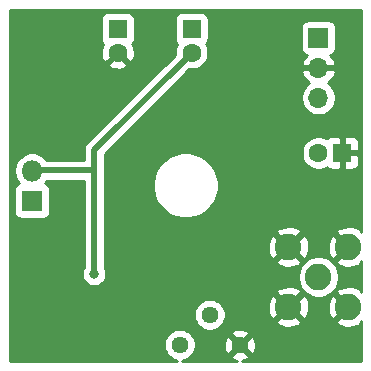
<source format=gbr>
%TF.GenerationSoftware,KiCad,Pcbnew,5.1.10-88a1d61d58~90~ubuntu20.04.1*%
%TF.CreationDate,2021-10-29T09:56:54+11:00*%
%TF.ProjectId,simple-photodetector,73696d70-6c65-42d7-9068-6f746f646574,rev?*%
%TF.SameCoordinates,Original*%
%TF.FileFunction,Copper,L2,Bot*%
%TF.FilePolarity,Positive*%
%FSLAX46Y46*%
G04 Gerber Fmt 4.6, Leading zero omitted, Abs format (unit mm)*
G04 Created by KiCad (PCBNEW 5.1.10-88a1d61d58~90~ubuntu20.04.1) date 2021-10-29 09:56:54*
%MOMM*%
%LPD*%
G01*
G04 APERTURE LIST*
%TA.AperFunction,ComponentPad*%
%ADD10C,1.440000*%
%TD*%
%TA.AperFunction,ComponentPad*%
%ADD11R,1.600000X1.600000*%
%TD*%
%TA.AperFunction,ComponentPad*%
%ADD12C,1.600000*%
%TD*%
%TA.AperFunction,ComponentPad*%
%ADD13R,1.700000X1.700000*%
%TD*%
%TA.AperFunction,ComponentPad*%
%ADD14O,1.700000X1.700000*%
%TD*%
%TA.AperFunction,ComponentPad*%
%ADD15C,2.250000*%
%TD*%
%TA.AperFunction,ComponentPad*%
%ADD16R,1.800000X1.800000*%
%TD*%
%TA.AperFunction,ComponentPad*%
%ADD17O,1.800000X1.800000*%
%TD*%
%TA.AperFunction,ViaPad*%
%ADD18C,0.800000*%
%TD*%
%TA.AperFunction,Conductor*%
%ADD19C,0.500000*%
%TD*%
%TA.AperFunction,Conductor*%
%ADD20C,0.254000*%
%TD*%
%TA.AperFunction,Conductor*%
%ADD21C,0.100000*%
%TD*%
G04 APERTURE END LIST*
D10*
%TO.P,RV1,3*%
%TO.N,GND*%
X141080000Y-82500000D03*
%TO.P,RV1,2*%
%TO.N,Net-(J2-Pad1)*%
X138540000Y-79960000D03*
%TO.P,RV1,1*%
%TO.N,Net-(RV1-Pad1)*%
X136000000Y-82500000D03*
%TD*%
D11*
%TO.P,C1,1*%
%TO.N,/VDD*%
X130750000Y-55750000D03*
D12*
%TO.P,C1,2*%
%TO.N,GND*%
X130750000Y-57750000D03*
%TD*%
%TO.P,C2,2*%
%TO.N,/VSS*%
X147750000Y-66250000D03*
D11*
%TO.P,C2,1*%
%TO.N,GND*%
X149750000Y-66250000D03*
%TD*%
%TO.P,C3,1*%
%TO.N,/VDD*%
X137000000Y-55750000D03*
D12*
%TO.P,C3,2*%
%TO.N,/VSS*%
X137000000Y-57750000D03*
%TD*%
D13*
%TO.P,J1,1*%
%TO.N,Net-(D1-Pad2)*%
X147750000Y-56500000D03*
D14*
%TO.P,J1,2*%
%TO.N,GND*%
X147750000Y-59040000D03*
%TO.P,J1,3*%
%TO.N,Net-(D2-Pad1)*%
X147750000Y-61580000D03*
%TD*%
D15*
%TO.P,J2,2*%
%TO.N,GND*%
X145210000Y-74210000D03*
X150290000Y-74210000D03*
X150290000Y-79290000D03*
X145210000Y-79290000D03*
%TO.P,J2,1*%
%TO.N,Net-(J2-Pad1)*%
X147750000Y-76750000D03*
%TD*%
D16*
%TO.P,D3,1*%
%TO.N,Net-(C5-Pad2)*%
X123500000Y-70290000D03*
D17*
%TO.P,D3,2*%
%TO.N,/VSS*%
X123500000Y-67750000D03*
%TD*%
D18*
%TO.N,GND*%
X123500000Y-57500000D03*
X122750000Y-81750000D03*
X123750000Y-74500000D03*
X141000000Y-73750000D03*
%TO.N,/VSS*%
X128750000Y-76500000D03*
%TD*%
D19*
%TO.N,/VSS*%
X128750000Y-66000000D02*
X137000000Y-57750000D01*
X128540000Y-67710000D02*
X128750000Y-67500000D01*
X123500000Y-67710000D02*
X128540000Y-67710000D01*
X128750000Y-67500000D02*
X128750000Y-66000000D01*
X128750000Y-76500000D02*
X128750000Y-67500000D01*
%TD*%
D20*
%TO.N,GND*%
X151340000Y-67032418D02*
X151340001Y-67032428D01*
X151340001Y-72980391D01*
X151334925Y-72985467D01*
X151224079Y-72708286D01*
X150913160Y-72554911D01*
X150578295Y-72465140D01*
X150232350Y-72442424D01*
X149888620Y-72487634D01*
X149560315Y-72599034D01*
X149355921Y-72708286D01*
X149245074Y-72985469D01*
X150290000Y-74030395D01*
X150304143Y-74016253D01*
X150483748Y-74195858D01*
X150469605Y-74210000D01*
X150483748Y-74224143D01*
X150304143Y-74403748D01*
X150290000Y-74389605D01*
X149245074Y-75434531D01*
X149355921Y-75711714D01*
X149666840Y-75865089D01*
X150001705Y-75954860D01*
X150347650Y-75977576D01*
X150691380Y-75932366D01*
X151019685Y-75820966D01*
X151224079Y-75711714D01*
X151334925Y-75434533D01*
X151340001Y-75439609D01*
X151340000Y-78060392D01*
X151334925Y-78065467D01*
X151224079Y-77788286D01*
X150913160Y-77634911D01*
X150578295Y-77545140D01*
X150232350Y-77522424D01*
X149888620Y-77567634D01*
X149560315Y-77679034D01*
X149355921Y-77788286D01*
X149245074Y-78065469D01*
X150290000Y-79110395D01*
X150304143Y-79096253D01*
X150483748Y-79275858D01*
X150469605Y-79290000D01*
X150483748Y-79304143D01*
X150304143Y-79483748D01*
X150290000Y-79469605D01*
X149245074Y-80514531D01*
X149355921Y-80791714D01*
X149666840Y-80945089D01*
X150001705Y-81034860D01*
X150347650Y-81057576D01*
X150691380Y-81012366D01*
X151019685Y-80900966D01*
X151224079Y-80791714D01*
X151334925Y-80514533D01*
X151340000Y-80519608D01*
X151340000Y-83840000D01*
X141281109Y-83840000D01*
X141417501Y-83819063D01*
X141668353Y-83727875D01*
X141774068Y-83671368D01*
X141835955Y-83435560D01*
X141080000Y-82679605D01*
X140324045Y-83435560D01*
X140385932Y-83671368D01*
X140627790Y-83784266D01*
X140855161Y-83840000D01*
X136208866Y-83840000D01*
X136395239Y-83802928D01*
X136641833Y-83700785D01*
X136863762Y-83552497D01*
X137052497Y-83363762D01*
X137200785Y-83141833D01*
X137302928Y-82895239D01*
X137355000Y-82633456D01*
X137355000Y-82573680D01*
X139720439Y-82573680D01*
X139760937Y-82837501D01*
X139852125Y-83088353D01*
X139908632Y-83194068D01*
X140144440Y-83255955D01*
X140900395Y-82500000D01*
X141259605Y-82500000D01*
X142015560Y-83255955D01*
X142251368Y-83194068D01*
X142364266Y-82952210D01*
X142427811Y-82692973D01*
X142439561Y-82426320D01*
X142399063Y-82162499D01*
X142307875Y-81911647D01*
X142251368Y-81805932D01*
X142015560Y-81744045D01*
X141259605Y-82500000D01*
X140900395Y-82500000D01*
X140144440Y-81744045D01*
X139908632Y-81805932D01*
X139795734Y-82047790D01*
X139732189Y-82307027D01*
X139720439Y-82573680D01*
X137355000Y-82573680D01*
X137355000Y-82366544D01*
X137302928Y-82104761D01*
X137200785Y-81858167D01*
X137052497Y-81636238D01*
X136980699Y-81564440D01*
X140324045Y-81564440D01*
X141080000Y-82320395D01*
X141835955Y-81564440D01*
X141774068Y-81328632D01*
X141532210Y-81215734D01*
X141272973Y-81152189D01*
X141006320Y-81140439D01*
X140742499Y-81180937D01*
X140491647Y-81272125D01*
X140385932Y-81328632D01*
X140324045Y-81564440D01*
X136980699Y-81564440D01*
X136863762Y-81447503D01*
X136641833Y-81299215D01*
X136395239Y-81197072D01*
X136133456Y-81145000D01*
X135866544Y-81145000D01*
X135604761Y-81197072D01*
X135358167Y-81299215D01*
X135136238Y-81447503D01*
X134947503Y-81636238D01*
X134799215Y-81858167D01*
X134697072Y-82104761D01*
X134645000Y-82366544D01*
X134645000Y-82633456D01*
X134697072Y-82895239D01*
X134799215Y-83141833D01*
X134947503Y-83363762D01*
X135136238Y-83552497D01*
X135358167Y-83700785D01*
X135604761Y-83802928D01*
X135791134Y-83840000D01*
X121660000Y-83840000D01*
X121660000Y-79826544D01*
X137185000Y-79826544D01*
X137185000Y-80093456D01*
X137237072Y-80355239D01*
X137339215Y-80601833D01*
X137487503Y-80823762D01*
X137676238Y-81012497D01*
X137898167Y-81160785D01*
X138144761Y-81262928D01*
X138406544Y-81315000D01*
X138673456Y-81315000D01*
X138935239Y-81262928D01*
X139181833Y-81160785D01*
X139403762Y-81012497D01*
X139592497Y-80823762D01*
X139740785Y-80601833D01*
X139776946Y-80514531D01*
X144165074Y-80514531D01*
X144275921Y-80791714D01*
X144586840Y-80945089D01*
X144921705Y-81034860D01*
X145267650Y-81057576D01*
X145611380Y-81012366D01*
X145939685Y-80900966D01*
X146144079Y-80791714D01*
X146254926Y-80514531D01*
X145210000Y-79469605D01*
X144165074Y-80514531D01*
X139776946Y-80514531D01*
X139842928Y-80355239D01*
X139895000Y-80093456D01*
X139895000Y-79826544D01*
X139842928Y-79564761D01*
X139752998Y-79347650D01*
X143442424Y-79347650D01*
X143487634Y-79691380D01*
X143599034Y-80019685D01*
X143708286Y-80224079D01*
X143985469Y-80334926D01*
X145030395Y-79290000D01*
X145389605Y-79290000D01*
X146434531Y-80334926D01*
X146711714Y-80224079D01*
X146865089Y-79913160D01*
X146954860Y-79578295D01*
X146970004Y-79347650D01*
X148522424Y-79347650D01*
X148567634Y-79691380D01*
X148679034Y-80019685D01*
X148788286Y-80224079D01*
X149065469Y-80334926D01*
X150110395Y-79290000D01*
X149065469Y-78245074D01*
X148788286Y-78355921D01*
X148634911Y-78666840D01*
X148545140Y-79001705D01*
X148522424Y-79347650D01*
X146970004Y-79347650D01*
X146977576Y-79232350D01*
X146932366Y-78888620D01*
X146820966Y-78560315D01*
X146711714Y-78355921D01*
X146434531Y-78245074D01*
X145389605Y-79290000D01*
X145030395Y-79290000D01*
X143985469Y-78245074D01*
X143708286Y-78355921D01*
X143554911Y-78666840D01*
X143465140Y-79001705D01*
X143442424Y-79347650D01*
X139752998Y-79347650D01*
X139740785Y-79318167D01*
X139592497Y-79096238D01*
X139403762Y-78907503D01*
X139181833Y-78759215D01*
X138935239Y-78657072D01*
X138673456Y-78605000D01*
X138406544Y-78605000D01*
X138144761Y-78657072D01*
X137898167Y-78759215D01*
X137676238Y-78907503D01*
X137487503Y-79096238D01*
X137339215Y-79318167D01*
X137237072Y-79564761D01*
X137185000Y-79826544D01*
X121660000Y-79826544D01*
X121660000Y-78065469D01*
X144165074Y-78065469D01*
X145210000Y-79110395D01*
X146254926Y-78065469D01*
X146144079Y-77788286D01*
X145833160Y-77634911D01*
X145498295Y-77545140D01*
X145152350Y-77522424D01*
X144808620Y-77567634D01*
X144480315Y-77679034D01*
X144275921Y-77788286D01*
X144165074Y-78065469D01*
X121660000Y-78065469D01*
X121660000Y-69390000D01*
X121961928Y-69390000D01*
X121961928Y-71190000D01*
X121974188Y-71314482D01*
X122010498Y-71434180D01*
X122069463Y-71544494D01*
X122148815Y-71641185D01*
X122245506Y-71720537D01*
X122355820Y-71779502D01*
X122475518Y-71815812D01*
X122600000Y-71828072D01*
X124400000Y-71828072D01*
X124524482Y-71815812D01*
X124644180Y-71779502D01*
X124754494Y-71720537D01*
X124851185Y-71641185D01*
X124930537Y-71544494D01*
X124989502Y-71434180D01*
X125025812Y-71314482D01*
X125038072Y-71190000D01*
X125038072Y-69390000D01*
X125025812Y-69265518D01*
X124989502Y-69145820D01*
X124930537Y-69035506D01*
X124851185Y-68938815D01*
X124754494Y-68859463D01*
X124644180Y-68800498D01*
X124625873Y-68794944D01*
X124692312Y-68728505D01*
X124781517Y-68595000D01*
X127865001Y-68595000D01*
X127865000Y-75961546D01*
X127832795Y-76009744D01*
X127754774Y-76198102D01*
X127715000Y-76398061D01*
X127715000Y-76601939D01*
X127754774Y-76801898D01*
X127832795Y-76990256D01*
X127946063Y-77159774D01*
X128090226Y-77303937D01*
X128259744Y-77417205D01*
X128448102Y-77495226D01*
X128648061Y-77535000D01*
X128851939Y-77535000D01*
X129051898Y-77495226D01*
X129240256Y-77417205D01*
X129409774Y-77303937D01*
X129553937Y-77159774D01*
X129667205Y-76990256D01*
X129745226Y-76801898D01*
X129785000Y-76601939D01*
X129785000Y-76576655D01*
X145990000Y-76576655D01*
X145990000Y-76923345D01*
X146057636Y-77263373D01*
X146190308Y-77583673D01*
X146382919Y-77871935D01*
X146628065Y-78117081D01*
X146916327Y-78309692D01*
X147236627Y-78442364D01*
X147576655Y-78510000D01*
X147923345Y-78510000D01*
X148263373Y-78442364D01*
X148583673Y-78309692D01*
X148871935Y-78117081D01*
X149117081Y-77871935D01*
X149309692Y-77583673D01*
X149442364Y-77263373D01*
X149510000Y-76923345D01*
X149510000Y-76576655D01*
X149442364Y-76236627D01*
X149309692Y-75916327D01*
X149117081Y-75628065D01*
X148871935Y-75382919D01*
X148583673Y-75190308D01*
X148263373Y-75057636D01*
X147923345Y-74990000D01*
X147576655Y-74990000D01*
X147236627Y-75057636D01*
X146916327Y-75190308D01*
X146628065Y-75382919D01*
X146382919Y-75628065D01*
X146190308Y-75916327D01*
X146057636Y-76236627D01*
X145990000Y-76576655D01*
X129785000Y-76576655D01*
X129785000Y-76398061D01*
X129745226Y-76198102D01*
X129667205Y-76009744D01*
X129635000Y-75961546D01*
X129635000Y-75434531D01*
X144165074Y-75434531D01*
X144275921Y-75711714D01*
X144586840Y-75865089D01*
X144921705Y-75954860D01*
X145267650Y-75977576D01*
X145611380Y-75932366D01*
X145939685Y-75820966D01*
X146144079Y-75711714D01*
X146254926Y-75434531D01*
X145210000Y-74389605D01*
X144165074Y-75434531D01*
X129635000Y-75434531D01*
X129635000Y-74267650D01*
X143442424Y-74267650D01*
X143487634Y-74611380D01*
X143599034Y-74939685D01*
X143708286Y-75144079D01*
X143985469Y-75254926D01*
X145030395Y-74210000D01*
X145389605Y-74210000D01*
X146434531Y-75254926D01*
X146711714Y-75144079D01*
X146865089Y-74833160D01*
X146954860Y-74498295D01*
X146970004Y-74267650D01*
X148522424Y-74267650D01*
X148567634Y-74611380D01*
X148679034Y-74939685D01*
X148788286Y-75144079D01*
X149065469Y-75254926D01*
X150110395Y-74210000D01*
X149065469Y-73165074D01*
X148788286Y-73275921D01*
X148634911Y-73586840D01*
X148545140Y-73921705D01*
X148522424Y-74267650D01*
X146970004Y-74267650D01*
X146977576Y-74152350D01*
X146932366Y-73808620D01*
X146820966Y-73480315D01*
X146711714Y-73275921D01*
X146434531Y-73165074D01*
X145389605Y-74210000D01*
X145030395Y-74210000D01*
X143985469Y-73165074D01*
X143708286Y-73275921D01*
X143554911Y-73586840D01*
X143465140Y-73921705D01*
X143442424Y-74267650D01*
X129635000Y-74267650D01*
X129635000Y-72985469D01*
X144165074Y-72985469D01*
X145210000Y-74030395D01*
X146254926Y-72985469D01*
X146144079Y-72708286D01*
X145833160Y-72554911D01*
X145498295Y-72465140D01*
X145152350Y-72442424D01*
X144808620Y-72487634D01*
X144480315Y-72599034D01*
X144275921Y-72708286D01*
X144165074Y-72985469D01*
X129635000Y-72985469D01*
X129635000Y-68725701D01*
X133715000Y-68725701D01*
X133715000Y-69274299D01*
X133822026Y-69812354D01*
X134031965Y-70319192D01*
X134336750Y-70775334D01*
X134724666Y-71163250D01*
X135180808Y-71468035D01*
X135687646Y-71677974D01*
X136225701Y-71785000D01*
X136774299Y-71785000D01*
X137312354Y-71677974D01*
X137819192Y-71468035D01*
X138275334Y-71163250D01*
X138663250Y-70775334D01*
X138968035Y-70319192D01*
X139177974Y-69812354D01*
X139285000Y-69274299D01*
X139285000Y-68725701D01*
X139177974Y-68187646D01*
X138968035Y-67680808D01*
X138663250Y-67224666D01*
X138275334Y-66836750D01*
X137819192Y-66531965D01*
X137312354Y-66322026D01*
X136774299Y-66215000D01*
X136225701Y-66215000D01*
X135687646Y-66322026D01*
X135180808Y-66531965D01*
X134724666Y-66836750D01*
X134336750Y-67224666D01*
X134031965Y-67680808D01*
X133822026Y-68187646D01*
X133715000Y-68725701D01*
X129635000Y-68725701D01*
X129635000Y-67543469D01*
X129639281Y-67500000D01*
X129635000Y-67456531D01*
X129635000Y-66366578D01*
X129892913Y-66108665D01*
X146315000Y-66108665D01*
X146315000Y-66391335D01*
X146370147Y-66668574D01*
X146478320Y-66929727D01*
X146635363Y-67164759D01*
X146835241Y-67364637D01*
X147070273Y-67521680D01*
X147331426Y-67629853D01*
X147608665Y-67685000D01*
X147891335Y-67685000D01*
X148168574Y-67629853D01*
X148429727Y-67521680D01*
X148485210Y-67484607D01*
X148498815Y-67501185D01*
X148595506Y-67580537D01*
X148705820Y-67639502D01*
X148825518Y-67675812D01*
X148950000Y-67688072D01*
X149464250Y-67685000D01*
X149623000Y-67526250D01*
X149623000Y-66377000D01*
X149877000Y-66377000D01*
X149877000Y-67526250D01*
X150035750Y-67685000D01*
X150550000Y-67688072D01*
X150674482Y-67675812D01*
X150794180Y-67639502D01*
X150904494Y-67580537D01*
X151001185Y-67501185D01*
X151080537Y-67404494D01*
X151139502Y-67294180D01*
X151175812Y-67174482D01*
X151188072Y-67050000D01*
X151185000Y-66535750D01*
X151026250Y-66377000D01*
X149877000Y-66377000D01*
X149623000Y-66377000D01*
X149603000Y-66377000D01*
X149603000Y-66123000D01*
X149623000Y-66123000D01*
X149623000Y-64973750D01*
X149877000Y-64973750D01*
X149877000Y-66123000D01*
X151026250Y-66123000D01*
X151185000Y-65964250D01*
X151188072Y-65450000D01*
X151175812Y-65325518D01*
X151139502Y-65205820D01*
X151080537Y-65095506D01*
X151001185Y-64998815D01*
X150904494Y-64919463D01*
X150794180Y-64860498D01*
X150674482Y-64824188D01*
X150550000Y-64811928D01*
X150035750Y-64815000D01*
X149877000Y-64973750D01*
X149623000Y-64973750D01*
X149464250Y-64815000D01*
X148950000Y-64811928D01*
X148825518Y-64824188D01*
X148705820Y-64860498D01*
X148595506Y-64919463D01*
X148498815Y-64998815D01*
X148485210Y-65015393D01*
X148429727Y-64978320D01*
X148168574Y-64870147D01*
X147891335Y-64815000D01*
X147608665Y-64815000D01*
X147331426Y-64870147D01*
X147070273Y-64978320D01*
X146835241Y-65135363D01*
X146635363Y-65335241D01*
X146478320Y-65570273D01*
X146370147Y-65831426D01*
X146315000Y-66108665D01*
X129892913Y-66108665D01*
X134567838Y-61433740D01*
X146265000Y-61433740D01*
X146265000Y-61726260D01*
X146322068Y-62013158D01*
X146434010Y-62283411D01*
X146596525Y-62526632D01*
X146803368Y-62733475D01*
X147046589Y-62895990D01*
X147316842Y-63007932D01*
X147603740Y-63065000D01*
X147896260Y-63065000D01*
X148183158Y-63007932D01*
X148453411Y-62895990D01*
X148696632Y-62733475D01*
X148903475Y-62526632D01*
X149065990Y-62283411D01*
X149177932Y-62013158D01*
X149235000Y-61726260D01*
X149235000Y-61433740D01*
X149177932Y-61146842D01*
X149065990Y-60876589D01*
X148903475Y-60633368D01*
X148696632Y-60426525D01*
X148514466Y-60304805D01*
X148631355Y-60235178D01*
X148847588Y-60040269D01*
X149021641Y-59806920D01*
X149146825Y-59544099D01*
X149191476Y-59396890D01*
X149070155Y-59167000D01*
X147877000Y-59167000D01*
X147877000Y-59187000D01*
X147623000Y-59187000D01*
X147623000Y-59167000D01*
X146429845Y-59167000D01*
X146308524Y-59396890D01*
X146353175Y-59544099D01*
X146478359Y-59806920D01*
X146652412Y-60040269D01*
X146868645Y-60235178D01*
X146985534Y-60304805D01*
X146803368Y-60426525D01*
X146596525Y-60633368D01*
X146434010Y-60876589D01*
X146322068Y-61146842D01*
X146265000Y-61433740D01*
X134567838Y-61433740D01*
X136823562Y-59178017D01*
X136858665Y-59185000D01*
X137141335Y-59185000D01*
X137418574Y-59129853D01*
X137679727Y-59021680D01*
X137914759Y-58864637D01*
X138114637Y-58664759D01*
X138271680Y-58429727D01*
X138379853Y-58168574D01*
X138435000Y-57891335D01*
X138435000Y-57608665D01*
X138379853Y-57331426D01*
X138271680Y-57070273D01*
X138234607Y-57014790D01*
X138251185Y-57001185D01*
X138330537Y-56904494D01*
X138389502Y-56794180D01*
X138425812Y-56674482D01*
X138438072Y-56550000D01*
X138438072Y-55650000D01*
X146261928Y-55650000D01*
X146261928Y-57350000D01*
X146274188Y-57474482D01*
X146310498Y-57594180D01*
X146369463Y-57704494D01*
X146448815Y-57801185D01*
X146545506Y-57880537D01*
X146655820Y-57939502D01*
X146736466Y-57963966D01*
X146652412Y-58039731D01*
X146478359Y-58273080D01*
X146353175Y-58535901D01*
X146308524Y-58683110D01*
X146429845Y-58913000D01*
X147623000Y-58913000D01*
X147623000Y-58893000D01*
X147877000Y-58893000D01*
X147877000Y-58913000D01*
X149070155Y-58913000D01*
X149191476Y-58683110D01*
X149146825Y-58535901D01*
X149021641Y-58273080D01*
X148847588Y-58039731D01*
X148763534Y-57963966D01*
X148844180Y-57939502D01*
X148954494Y-57880537D01*
X149051185Y-57801185D01*
X149130537Y-57704494D01*
X149189502Y-57594180D01*
X149225812Y-57474482D01*
X149238072Y-57350000D01*
X149238072Y-55650000D01*
X149225812Y-55525518D01*
X149189502Y-55405820D01*
X149130537Y-55295506D01*
X149051185Y-55198815D01*
X148954494Y-55119463D01*
X148844180Y-55060498D01*
X148724482Y-55024188D01*
X148600000Y-55011928D01*
X146900000Y-55011928D01*
X146775518Y-55024188D01*
X146655820Y-55060498D01*
X146545506Y-55119463D01*
X146448815Y-55198815D01*
X146369463Y-55295506D01*
X146310498Y-55405820D01*
X146274188Y-55525518D01*
X146261928Y-55650000D01*
X138438072Y-55650000D01*
X138438072Y-54950000D01*
X138425812Y-54825518D01*
X138389502Y-54705820D01*
X138330537Y-54595506D01*
X138251185Y-54498815D01*
X138154494Y-54419463D01*
X138044180Y-54360498D01*
X137924482Y-54324188D01*
X137800000Y-54311928D01*
X136200000Y-54311928D01*
X136075518Y-54324188D01*
X135955820Y-54360498D01*
X135845506Y-54419463D01*
X135748815Y-54498815D01*
X135669463Y-54595506D01*
X135610498Y-54705820D01*
X135574188Y-54825518D01*
X135561928Y-54950000D01*
X135561928Y-56550000D01*
X135574188Y-56674482D01*
X135610498Y-56794180D01*
X135669463Y-56904494D01*
X135748815Y-57001185D01*
X135765393Y-57014790D01*
X135728320Y-57070273D01*
X135620147Y-57331426D01*
X135565000Y-57608665D01*
X135565000Y-57891335D01*
X135571983Y-57926438D01*
X128154952Y-65343470D01*
X128121184Y-65371183D01*
X128093471Y-65404951D01*
X128093468Y-65404954D01*
X128010590Y-65505941D01*
X127928412Y-65659687D01*
X127877805Y-65826510D01*
X127860719Y-66000000D01*
X127865001Y-66043479D01*
X127865000Y-66825000D01*
X124728063Y-66825000D01*
X124692312Y-66771495D01*
X124478505Y-66557688D01*
X124227095Y-66389701D01*
X123947743Y-66273989D01*
X123651184Y-66215000D01*
X123348816Y-66215000D01*
X123052257Y-66273989D01*
X122772905Y-66389701D01*
X122521495Y-66557688D01*
X122307688Y-66771495D01*
X122139701Y-67022905D01*
X122023989Y-67302257D01*
X121965000Y-67598816D01*
X121965000Y-67901184D01*
X122023989Y-68197743D01*
X122139701Y-68477095D01*
X122307688Y-68728505D01*
X122374127Y-68794944D01*
X122355820Y-68800498D01*
X122245506Y-68859463D01*
X122148815Y-68938815D01*
X122069463Y-69035506D01*
X122010498Y-69145820D01*
X121974188Y-69265518D01*
X121961928Y-69390000D01*
X121660000Y-69390000D01*
X121660000Y-58742702D01*
X129936903Y-58742702D01*
X130008486Y-58986671D01*
X130263996Y-59107571D01*
X130538184Y-59176300D01*
X130820512Y-59190217D01*
X131100130Y-59148787D01*
X131366292Y-59053603D01*
X131491514Y-58986671D01*
X131563097Y-58742702D01*
X130750000Y-57929605D01*
X129936903Y-58742702D01*
X121660000Y-58742702D01*
X121660000Y-57820512D01*
X129309783Y-57820512D01*
X129351213Y-58100130D01*
X129446397Y-58366292D01*
X129513329Y-58491514D01*
X129757298Y-58563097D01*
X130570395Y-57750000D01*
X130556253Y-57735858D01*
X130735858Y-57556253D01*
X130750000Y-57570395D01*
X130764143Y-57556253D01*
X130943748Y-57735858D01*
X130929605Y-57750000D01*
X131742702Y-58563097D01*
X131986671Y-58491514D01*
X132107571Y-58236004D01*
X132176300Y-57961816D01*
X132190217Y-57679488D01*
X132148787Y-57399870D01*
X132053603Y-57133708D01*
X131988384Y-57011691D01*
X132001185Y-57001185D01*
X132080537Y-56904494D01*
X132139502Y-56794180D01*
X132175812Y-56674482D01*
X132188072Y-56550000D01*
X132188072Y-54950000D01*
X132175812Y-54825518D01*
X132139502Y-54705820D01*
X132080537Y-54595506D01*
X132001185Y-54498815D01*
X131904494Y-54419463D01*
X131794180Y-54360498D01*
X131674482Y-54324188D01*
X131550000Y-54311928D01*
X129950000Y-54311928D01*
X129825518Y-54324188D01*
X129705820Y-54360498D01*
X129595506Y-54419463D01*
X129498815Y-54498815D01*
X129419463Y-54595506D01*
X129360498Y-54705820D01*
X129324188Y-54825518D01*
X129311928Y-54950000D01*
X129311928Y-56550000D01*
X129324188Y-56674482D01*
X129360498Y-56794180D01*
X129419463Y-56904494D01*
X129498815Y-57001185D01*
X129511758Y-57011807D01*
X129392429Y-57263996D01*
X129323700Y-57538184D01*
X129309783Y-57820512D01*
X121660000Y-57820512D01*
X121660000Y-54160000D01*
X151340001Y-54160000D01*
X151340000Y-67032418D01*
%TA.AperFunction,Conductor*%
D21*
G36*
X151340000Y-67032418D02*
G01*
X151340001Y-67032428D01*
X151340001Y-72980391D01*
X151334925Y-72985467D01*
X151224079Y-72708286D01*
X150913160Y-72554911D01*
X150578295Y-72465140D01*
X150232350Y-72442424D01*
X149888620Y-72487634D01*
X149560315Y-72599034D01*
X149355921Y-72708286D01*
X149245074Y-72985469D01*
X150290000Y-74030395D01*
X150304143Y-74016253D01*
X150483748Y-74195858D01*
X150469605Y-74210000D01*
X150483748Y-74224143D01*
X150304143Y-74403748D01*
X150290000Y-74389605D01*
X149245074Y-75434531D01*
X149355921Y-75711714D01*
X149666840Y-75865089D01*
X150001705Y-75954860D01*
X150347650Y-75977576D01*
X150691380Y-75932366D01*
X151019685Y-75820966D01*
X151224079Y-75711714D01*
X151334925Y-75434533D01*
X151340001Y-75439609D01*
X151340000Y-78060392D01*
X151334925Y-78065467D01*
X151224079Y-77788286D01*
X150913160Y-77634911D01*
X150578295Y-77545140D01*
X150232350Y-77522424D01*
X149888620Y-77567634D01*
X149560315Y-77679034D01*
X149355921Y-77788286D01*
X149245074Y-78065469D01*
X150290000Y-79110395D01*
X150304143Y-79096253D01*
X150483748Y-79275858D01*
X150469605Y-79290000D01*
X150483748Y-79304143D01*
X150304143Y-79483748D01*
X150290000Y-79469605D01*
X149245074Y-80514531D01*
X149355921Y-80791714D01*
X149666840Y-80945089D01*
X150001705Y-81034860D01*
X150347650Y-81057576D01*
X150691380Y-81012366D01*
X151019685Y-80900966D01*
X151224079Y-80791714D01*
X151334925Y-80514533D01*
X151340000Y-80519608D01*
X151340000Y-83840000D01*
X141281109Y-83840000D01*
X141417501Y-83819063D01*
X141668353Y-83727875D01*
X141774068Y-83671368D01*
X141835955Y-83435560D01*
X141080000Y-82679605D01*
X140324045Y-83435560D01*
X140385932Y-83671368D01*
X140627790Y-83784266D01*
X140855161Y-83840000D01*
X136208866Y-83840000D01*
X136395239Y-83802928D01*
X136641833Y-83700785D01*
X136863762Y-83552497D01*
X137052497Y-83363762D01*
X137200785Y-83141833D01*
X137302928Y-82895239D01*
X137355000Y-82633456D01*
X137355000Y-82573680D01*
X139720439Y-82573680D01*
X139760937Y-82837501D01*
X139852125Y-83088353D01*
X139908632Y-83194068D01*
X140144440Y-83255955D01*
X140900395Y-82500000D01*
X141259605Y-82500000D01*
X142015560Y-83255955D01*
X142251368Y-83194068D01*
X142364266Y-82952210D01*
X142427811Y-82692973D01*
X142439561Y-82426320D01*
X142399063Y-82162499D01*
X142307875Y-81911647D01*
X142251368Y-81805932D01*
X142015560Y-81744045D01*
X141259605Y-82500000D01*
X140900395Y-82500000D01*
X140144440Y-81744045D01*
X139908632Y-81805932D01*
X139795734Y-82047790D01*
X139732189Y-82307027D01*
X139720439Y-82573680D01*
X137355000Y-82573680D01*
X137355000Y-82366544D01*
X137302928Y-82104761D01*
X137200785Y-81858167D01*
X137052497Y-81636238D01*
X136980699Y-81564440D01*
X140324045Y-81564440D01*
X141080000Y-82320395D01*
X141835955Y-81564440D01*
X141774068Y-81328632D01*
X141532210Y-81215734D01*
X141272973Y-81152189D01*
X141006320Y-81140439D01*
X140742499Y-81180937D01*
X140491647Y-81272125D01*
X140385932Y-81328632D01*
X140324045Y-81564440D01*
X136980699Y-81564440D01*
X136863762Y-81447503D01*
X136641833Y-81299215D01*
X136395239Y-81197072D01*
X136133456Y-81145000D01*
X135866544Y-81145000D01*
X135604761Y-81197072D01*
X135358167Y-81299215D01*
X135136238Y-81447503D01*
X134947503Y-81636238D01*
X134799215Y-81858167D01*
X134697072Y-82104761D01*
X134645000Y-82366544D01*
X134645000Y-82633456D01*
X134697072Y-82895239D01*
X134799215Y-83141833D01*
X134947503Y-83363762D01*
X135136238Y-83552497D01*
X135358167Y-83700785D01*
X135604761Y-83802928D01*
X135791134Y-83840000D01*
X121660000Y-83840000D01*
X121660000Y-79826544D01*
X137185000Y-79826544D01*
X137185000Y-80093456D01*
X137237072Y-80355239D01*
X137339215Y-80601833D01*
X137487503Y-80823762D01*
X137676238Y-81012497D01*
X137898167Y-81160785D01*
X138144761Y-81262928D01*
X138406544Y-81315000D01*
X138673456Y-81315000D01*
X138935239Y-81262928D01*
X139181833Y-81160785D01*
X139403762Y-81012497D01*
X139592497Y-80823762D01*
X139740785Y-80601833D01*
X139776946Y-80514531D01*
X144165074Y-80514531D01*
X144275921Y-80791714D01*
X144586840Y-80945089D01*
X144921705Y-81034860D01*
X145267650Y-81057576D01*
X145611380Y-81012366D01*
X145939685Y-80900966D01*
X146144079Y-80791714D01*
X146254926Y-80514531D01*
X145210000Y-79469605D01*
X144165074Y-80514531D01*
X139776946Y-80514531D01*
X139842928Y-80355239D01*
X139895000Y-80093456D01*
X139895000Y-79826544D01*
X139842928Y-79564761D01*
X139752998Y-79347650D01*
X143442424Y-79347650D01*
X143487634Y-79691380D01*
X143599034Y-80019685D01*
X143708286Y-80224079D01*
X143985469Y-80334926D01*
X145030395Y-79290000D01*
X145389605Y-79290000D01*
X146434531Y-80334926D01*
X146711714Y-80224079D01*
X146865089Y-79913160D01*
X146954860Y-79578295D01*
X146970004Y-79347650D01*
X148522424Y-79347650D01*
X148567634Y-79691380D01*
X148679034Y-80019685D01*
X148788286Y-80224079D01*
X149065469Y-80334926D01*
X150110395Y-79290000D01*
X149065469Y-78245074D01*
X148788286Y-78355921D01*
X148634911Y-78666840D01*
X148545140Y-79001705D01*
X148522424Y-79347650D01*
X146970004Y-79347650D01*
X146977576Y-79232350D01*
X146932366Y-78888620D01*
X146820966Y-78560315D01*
X146711714Y-78355921D01*
X146434531Y-78245074D01*
X145389605Y-79290000D01*
X145030395Y-79290000D01*
X143985469Y-78245074D01*
X143708286Y-78355921D01*
X143554911Y-78666840D01*
X143465140Y-79001705D01*
X143442424Y-79347650D01*
X139752998Y-79347650D01*
X139740785Y-79318167D01*
X139592497Y-79096238D01*
X139403762Y-78907503D01*
X139181833Y-78759215D01*
X138935239Y-78657072D01*
X138673456Y-78605000D01*
X138406544Y-78605000D01*
X138144761Y-78657072D01*
X137898167Y-78759215D01*
X137676238Y-78907503D01*
X137487503Y-79096238D01*
X137339215Y-79318167D01*
X137237072Y-79564761D01*
X137185000Y-79826544D01*
X121660000Y-79826544D01*
X121660000Y-78065469D01*
X144165074Y-78065469D01*
X145210000Y-79110395D01*
X146254926Y-78065469D01*
X146144079Y-77788286D01*
X145833160Y-77634911D01*
X145498295Y-77545140D01*
X145152350Y-77522424D01*
X144808620Y-77567634D01*
X144480315Y-77679034D01*
X144275921Y-77788286D01*
X144165074Y-78065469D01*
X121660000Y-78065469D01*
X121660000Y-69390000D01*
X121961928Y-69390000D01*
X121961928Y-71190000D01*
X121974188Y-71314482D01*
X122010498Y-71434180D01*
X122069463Y-71544494D01*
X122148815Y-71641185D01*
X122245506Y-71720537D01*
X122355820Y-71779502D01*
X122475518Y-71815812D01*
X122600000Y-71828072D01*
X124400000Y-71828072D01*
X124524482Y-71815812D01*
X124644180Y-71779502D01*
X124754494Y-71720537D01*
X124851185Y-71641185D01*
X124930537Y-71544494D01*
X124989502Y-71434180D01*
X125025812Y-71314482D01*
X125038072Y-71190000D01*
X125038072Y-69390000D01*
X125025812Y-69265518D01*
X124989502Y-69145820D01*
X124930537Y-69035506D01*
X124851185Y-68938815D01*
X124754494Y-68859463D01*
X124644180Y-68800498D01*
X124625873Y-68794944D01*
X124692312Y-68728505D01*
X124781517Y-68595000D01*
X127865001Y-68595000D01*
X127865000Y-75961546D01*
X127832795Y-76009744D01*
X127754774Y-76198102D01*
X127715000Y-76398061D01*
X127715000Y-76601939D01*
X127754774Y-76801898D01*
X127832795Y-76990256D01*
X127946063Y-77159774D01*
X128090226Y-77303937D01*
X128259744Y-77417205D01*
X128448102Y-77495226D01*
X128648061Y-77535000D01*
X128851939Y-77535000D01*
X129051898Y-77495226D01*
X129240256Y-77417205D01*
X129409774Y-77303937D01*
X129553937Y-77159774D01*
X129667205Y-76990256D01*
X129745226Y-76801898D01*
X129785000Y-76601939D01*
X129785000Y-76576655D01*
X145990000Y-76576655D01*
X145990000Y-76923345D01*
X146057636Y-77263373D01*
X146190308Y-77583673D01*
X146382919Y-77871935D01*
X146628065Y-78117081D01*
X146916327Y-78309692D01*
X147236627Y-78442364D01*
X147576655Y-78510000D01*
X147923345Y-78510000D01*
X148263373Y-78442364D01*
X148583673Y-78309692D01*
X148871935Y-78117081D01*
X149117081Y-77871935D01*
X149309692Y-77583673D01*
X149442364Y-77263373D01*
X149510000Y-76923345D01*
X149510000Y-76576655D01*
X149442364Y-76236627D01*
X149309692Y-75916327D01*
X149117081Y-75628065D01*
X148871935Y-75382919D01*
X148583673Y-75190308D01*
X148263373Y-75057636D01*
X147923345Y-74990000D01*
X147576655Y-74990000D01*
X147236627Y-75057636D01*
X146916327Y-75190308D01*
X146628065Y-75382919D01*
X146382919Y-75628065D01*
X146190308Y-75916327D01*
X146057636Y-76236627D01*
X145990000Y-76576655D01*
X129785000Y-76576655D01*
X129785000Y-76398061D01*
X129745226Y-76198102D01*
X129667205Y-76009744D01*
X129635000Y-75961546D01*
X129635000Y-75434531D01*
X144165074Y-75434531D01*
X144275921Y-75711714D01*
X144586840Y-75865089D01*
X144921705Y-75954860D01*
X145267650Y-75977576D01*
X145611380Y-75932366D01*
X145939685Y-75820966D01*
X146144079Y-75711714D01*
X146254926Y-75434531D01*
X145210000Y-74389605D01*
X144165074Y-75434531D01*
X129635000Y-75434531D01*
X129635000Y-74267650D01*
X143442424Y-74267650D01*
X143487634Y-74611380D01*
X143599034Y-74939685D01*
X143708286Y-75144079D01*
X143985469Y-75254926D01*
X145030395Y-74210000D01*
X145389605Y-74210000D01*
X146434531Y-75254926D01*
X146711714Y-75144079D01*
X146865089Y-74833160D01*
X146954860Y-74498295D01*
X146970004Y-74267650D01*
X148522424Y-74267650D01*
X148567634Y-74611380D01*
X148679034Y-74939685D01*
X148788286Y-75144079D01*
X149065469Y-75254926D01*
X150110395Y-74210000D01*
X149065469Y-73165074D01*
X148788286Y-73275921D01*
X148634911Y-73586840D01*
X148545140Y-73921705D01*
X148522424Y-74267650D01*
X146970004Y-74267650D01*
X146977576Y-74152350D01*
X146932366Y-73808620D01*
X146820966Y-73480315D01*
X146711714Y-73275921D01*
X146434531Y-73165074D01*
X145389605Y-74210000D01*
X145030395Y-74210000D01*
X143985469Y-73165074D01*
X143708286Y-73275921D01*
X143554911Y-73586840D01*
X143465140Y-73921705D01*
X143442424Y-74267650D01*
X129635000Y-74267650D01*
X129635000Y-72985469D01*
X144165074Y-72985469D01*
X145210000Y-74030395D01*
X146254926Y-72985469D01*
X146144079Y-72708286D01*
X145833160Y-72554911D01*
X145498295Y-72465140D01*
X145152350Y-72442424D01*
X144808620Y-72487634D01*
X144480315Y-72599034D01*
X144275921Y-72708286D01*
X144165074Y-72985469D01*
X129635000Y-72985469D01*
X129635000Y-68725701D01*
X133715000Y-68725701D01*
X133715000Y-69274299D01*
X133822026Y-69812354D01*
X134031965Y-70319192D01*
X134336750Y-70775334D01*
X134724666Y-71163250D01*
X135180808Y-71468035D01*
X135687646Y-71677974D01*
X136225701Y-71785000D01*
X136774299Y-71785000D01*
X137312354Y-71677974D01*
X137819192Y-71468035D01*
X138275334Y-71163250D01*
X138663250Y-70775334D01*
X138968035Y-70319192D01*
X139177974Y-69812354D01*
X139285000Y-69274299D01*
X139285000Y-68725701D01*
X139177974Y-68187646D01*
X138968035Y-67680808D01*
X138663250Y-67224666D01*
X138275334Y-66836750D01*
X137819192Y-66531965D01*
X137312354Y-66322026D01*
X136774299Y-66215000D01*
X136225701Y-66215000D01*
X135687646Y-66322026D01*
X135180808Y-66531965D01*
X134724666Y-66836750D01*
X134336750Y-67224666D01*
X134031965Y-67680808D01*
X133822026Y-68187646D01*
X133715000Y-68725701D01*
X129635000Y-68725701D01*
X129635000Y-67543469D01*
X129639281Y-67500000D01*
X129635000Y-67456531D01*
X129635000Y-66366578D01*
X129892913Y-66108665D01*
X146315000Y-66108665D01*
X146315000Y-66391335D01*
X146370147Y-66668574D01*
X146478320Y-66929727D01*
X146635363Y-67164759D01*
X146835241Y-67364637D01*
X147070273Y-67521680D01*
X147331426Y-67629853D01*
X147608665Y-67685000D01*
X147891335Y-67685000D01*
X148168574Y-67629853D01*
X148429727Y-67521680D01*
X148485210Y-67484607D01*
X148498815Y-67501185D01*
X148595506Y-67580537D01*
X148705820Y-67639502D01*
X148825518Y-67675812D01*
X148950000Y-67688072D01*
X149464250Y-67685000D01*
X149623000Y-67526250D01*
X149623000Y-66377000D01*
X149877000Y-66377000D01*
X149877000Y-67526250D01*
X150035750Y-67685000D01*
X150550000Y-67688072D01*
X150674482Y-67675812D01*
X150794180Y-67639502D01*
X150904494Y-67580537D01*
X151001185Y-67501185D01*
X151080537Y-67404494D01*
X151139502Y-67294180D01*
X151175812Y-67174482D01*
X151188072Y-67050000D01*
X151185000Y-66535750D01*
X151026250Y-66377000D01*
X149877000Y-66377000D01*
X149623000Y-66377000D01*
X149603000Y-66377000D01*
X149603000Y-66123000D01*
X149623000Y-66123000D01*
X149623000Y-64973750D01*
X149877000Y-64973750D01*
X149877000Y-66123000D01*
X151026250Y-66123000D01*
X151185000Y-65964250D01*
X151188072Y-65450000D01*
X151175812Y-65325518D01*
X151139502Y-65205820D01*
X151080537Y-65095506D01*
X151001185Y-64998815D01*
X150904494Y-64919463D01*
X150794180Y-64860498D01*
X150674482Y-64824188D01*
X150550000Y-64811928D01*
X150035750Y-64815000D01*
X149877000Y-64973750D01*
X149623000Y-64973750D01*
X149464250Y-64815000D01*
X148950000Y-64811928D01*
X148825518Y-64824188D01*
X148705820Y-64860498D01*
X148595506Y-64919463D01*
X148498815Y-64998815D01*
X148485210Y-65015393D01*
X148429727Y-64978320D01*
X148168574Y-64870147D01*
X147891335Y-64815000D01*
X147608665Y-64815000D01*
X147331426Y-64870147D01*
X147070273Y-64978320D01*
X146835241Y-65135363D01*
X146635363Y-65335241D01*
X146478320Y-65570273D01*
X146370147Y-65831426D01*
X146315000Y-66108665D01*
X129892913Y-66108665D01*
X134567838Y-61433740D01*
X146265000Y-61433740D01*
X146265000Y-61726260D01*
X146322068Y-62013158D01*
X146434010Y-62283411D01*
X146596525Y-62526632D01*
X146803368Y-62733475D01*
X147046589Y-62895990D01*
X147316842Y-63007932D01*
X147603740Y-63065000D01*
X147896260Y-63065000D01*
X148183158Y-63007932D01*
X148453411Y-62895990D01*
X148696632Y-62733475D01*
X148903475Y-62526632D01*
X149065990Y-62283411D01*
X149177932Y-62013158D01*
X149235000Y-61726260D01*
X149235000Y-61433740D01*
X149177932Y-61146842D01*
X149065990Y-60876589D01*
X148903475Y-60633368D01*
X148696632Y-60426525D01*
X148514466Y-60304805D01*
X148631355Y-60235178D01*
X148847588Y-60040269D01*
X149021641Y-59806920D01*
X149146825Y-59544099D01*
X149191476Y-59396890D01*
X149070155Y-59167000D01*
X147877000Y-59167000D01*
X147877000Y-59187000D01*
X147623000Y-59187000D01*
X147623000Y-59167000D01*
X146429845Y-59167000D01*
X146308524Y-59396890D01*
X146353175Y-59544099D01*
X146478359Y-59806920D01*
X146652412Y-60040269D01*
X146868645Y-60235178D01*
X146985534Y-60304805D01*
X146803368Y-60426525D01*
X146596525Y-60633368D01*
X146434010Y-60876589D01*
X146322068Y-61146842D01*
X146265000Y-61433740D01*
X134567838Y-61433740D01*
X136823562Y-59178017D01*
X136858665Y-59185000D01*
X137141335Y-59185000D01*
X137418574Y-59129853D01*
X137679727Y-59021680D01*
X137914759Y-58864637D01*
X138114637Y-58664759D01*
X138271680Y-58429727D01*
X138379853Y-58168574D01*
X138435000Y-57891335D01*
X138435000Y-57608665D01*
X138379853Y-57331426D01*
X138271680Y-57070273D01*
X138234607Y-57014790D01*
X138251185Y-57001185D01*
X138330537Y-56904494D01*
X138389502Y-56794180D01*
X138425812Y-56674482D01*
X138438072Y-56550000D01*
X138438072Y-55650000D01*
X146261928Y-55650000D01*
X146261928Y-57350000D01*
X146274188Y-57474482D01*
X146310498Y-57594180D01*
X146369463Y-57704494D01*
X146448815Y-57801185D01*
X146545506Y-57880537D01*
X146655820Y-57939502D01*
X146736466Y-57963966D01*
X146652412Y-58039731D01*
X146478359Y-58273080D01*
X146353175Y-58535901D01*
X146308524Y-58683110D01*
X146429845Y-58913000D01*
X147623000Y-58913000D01*
X147623000Y-58893000D01*
X147877000Y-58893000D01*
X147877000Y-58913000D01*
X149070155Y-58913000D01*
X149191476Y-58683110D01*
X149146825Y-58535901D01*
X149021641Y-58273080D01*
X148847588Y-58039731D01*
X148763534Y-57963966D01*
X148844180Y-57939502D01*
X148954494Y-57880537D01*
X149051185Y-57801185D01*
X149130537Y-57704494D01*
X149189502Y-57594180D01*
X149225812Y-57474482D01*
X149238072Y-57350000D01*
X149238072Y-55650000D01*
X149225812Y-55525518D01*
X149189502Y-55405820D01*
X149130537Y-55295506D01*
X149051185Y-55198815D01*
X148954494Y-55119463D01*
X148844180Y-55060498D01*
X148724482Y-55024188D01*
X148600000Y-55011928D01*
X146900000Y-55011928D01*
X146775518Y-55024188D01*
X146655820Y-55060498D01*
X146545506Y-55119463D01*
X146448815Y-55198815D01*
X146369463Y-55295506D01*
X146310498Y-55405820D01*
X146274188Y-55525518D01*
X146261928Y-55650000D01*
X138438072Y-55650000D01*
X138438072Y-54950000D01*
X138425812Y-54825518D01*
X138389502Y-54705820D01*
X138330537Y-54595506D01*
X138251185Y-54498815D01*
X138154494Y-54419463D01*
X138044180Y-54360498D01*
X137924482Y-54324188D01*
X137800000Y-54311928D01*
X136200000Y-54311928D01*
X136075518Y-54324188D01*
X135955820Y-54360498D01*
X135845506Y-54419463D01*
X135748815Y-54498815D01*
X135669463Y-54595506D01*
X135610498Y-54705820D01*
X135574188Y-54825518D01*
X135561928Y-54950000D01*
X135561928Y-56550000D01*
X135574188Y-56674482D01*
X135610498Y-56794180D01*
X135669463Y-56904494D01*
X135748815Y-57001185D01*
X135765393Y-57014790D01*
X135728320Y-57070273D01*
X135620147Y-57331426D01*
X135565000Y-57608665D01*
X135565000Y-57891335D01*
X135571983Y-57926438D01*
X128154952Y-65343470D01*
X128121184Y-65371183D01*
X128093471Y-65404951D01*
X128093468Y-65404954D01*
X128010590Y-65505941D01*
X127928412Y-65659687D01*
X127877805Y-65826510D01*
X127860719Y-66000000D01*
X127865001Y-66043479D01*
X127865000Y-66825000D01*
X124728063Y-66825000D01*
X124692312Y-66771495D01*
X124478505Y-66557688D01*
X124227095Y-66389701D01*
X123947743Y-66273989D01*
X123651184Y-66215000D01*
X123348816Y-66215000D01*
X123052257Y-66273989D01*
X122772905Y-66389701D01*
X122521495Y-66557688D01*
X122307688Y-66771495D01*
X122139701Y-67022905D01*
X122023989Y-67302257D01*
X121965000Y-67598816D01*
X121965000Y-67901184D01*
X122023989Y-68197743D01*
X122139701Y-68477095D01*
X122307688Y-68728505D01*
X122374127Y-68794944D01*
X122355820Y-68800498D01*
X122245506Y-68859463D01*
X122148815Y-68938815D01*
X122069463Y-69035506D01*
X122010498Y-69145820D01*
X121974188Y-69265518D01*
X121961928Y-69390000D01*
X121660000Y-69390000D01*
X121660000Y-58742702D01*
X129936903Y-58742702D01*
X130008486Y-58986671D01*
X130263996Y-59107571D01*
X130538184Y-59176300D01*
X130820512Y-59190217D01*
X131100130Y-59148787D01*
X131366292Y-59053603D01*
X131491514Y-58986671D01*
X131563097Y-58742702D01*
X130750000Y-57929605D01*
X129936903Y-58742702D01*
X121660000Y-58742702D01*
X121660000Y-57820512D01*
X129309783Y-57820512D01*
X129351213Y-58100130D01*
X129446397Y-58366292D01*
X129513329Y-58491514D01*
X129757298Y-58563097D01*
X130570395Y-57750000D01*
X130556253Y-57735858D01*
X130735858Y-57556253D01*
X130750000Y-57570395D01*
X130764143Y-57556253D01*
X130943748Y-57735858D01*
X130929605Y-57750000D01*
X131742702Y-58563097D01*
X131986671Y-58491514D01*
X132107571Y-58236004D01*
X132176300Y-57961816D01*
X132190217Y-57679488D01*
X132148787Y-57399870D01*
X132053603Y-57133708D01*
X131988384Y-57011691D01*
X132001185Y-57001185D01*
X132080537Y-56904494D01*
X132139502Y-56794180D01*
X132175812Y-56674482D01*
X132188072Y-56550000D01*
X132188072Y-54950000D01*
X132175812Y-54825518D01*
X132139502Y-54705820D01*
X132080537Y-54595506D01*
X132001185Y-54498815D01*
X131904494Y-54419463D01*
X131794180Y-54360498D01*
X131674482Y-54324188D01*
X131550000Y-54311928D01*
X129950000Y-54311928D01*
X129825518Y-54324188D01*
X129705820Y-54360498D01*
X129595506Y-54419463D01*
X129498815Y-54498815D01*
X129419463Y-54595506D01*
X129360498Y-54705820D01*
X129324188Y-54825518D01*
X129311928Y-54950000D01*
X129311928Y-56550000D01*
X129324188Y-56674482D01*
X129360498Y-56794180D01*
X129419463Y-56904494D01*
X129498815Y-57001185D01*
X129511758Y-57011807D01*
X129392429Y-57263996D01*
X129323700Y-57538184D01*
X129309783Y-57820512D01*
X121660000Y-57820512D01*
X121660000Y-54160000D01*
X151340001Y-54160000D01*
X151340000Y-67032418D01*
G37*
%TD.AperFunction*%
%TD*%
M02*

</source>
